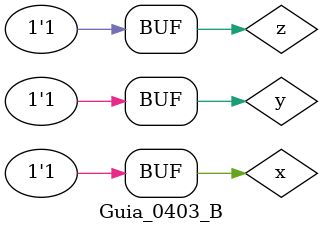
<source format=v>
/**
 * @file Guia_0403_B.v
 * @author 784778 - Wallace Freitas Oliveira (https://github.com/Olivwallace)
 * @brief Guia 04 Exercicio 03 - Arquitetura de Computadores I (PUC-Minas 1°/2023)
 * @date 03-03-2023
 */

`timescale 1ps/1ps
 `include "Guia_0403.v"

 module Guia_0403_B;
    reg x, y, z;
    wire s1;

    //Instanciamento
    Questao_B B (s1, x, y, z);

    //Inicializacao de Valores
    initial begin
        x = 1'b0; y = 1'b0; z = 1'b0;
    end

    //Principal
    initial begin : main
        
        
        $display("Teste Guia_0403 - Expressao Booleana - B");
        
        //Questao B;
        $display("\nb) f (x,y,z) =   S m ( 1, 3, 6, 7 ) \n");
        
        //Monitoramento
        $display("|  x  y  z |  S  |");
        $monitor("| %2b %2b %2b | %2b  |", x, y, z, s1);

         //Sinalizacao
        #1 x=0; y=0; z=0; //0
        #1 x=0; y=0; z=1; //1
        #1 x=0; y=1; z=0; //2
        #1 x=0; y=1; z=1; //3
        #1 x=1; y=0; z=0; //4
        #1 x=1; y=0; z=1; //5
        #1 x=1; y=1; z=0; //6
        #1 x=1; y=1; z=1; //7
    end

 endmodule
</source>
